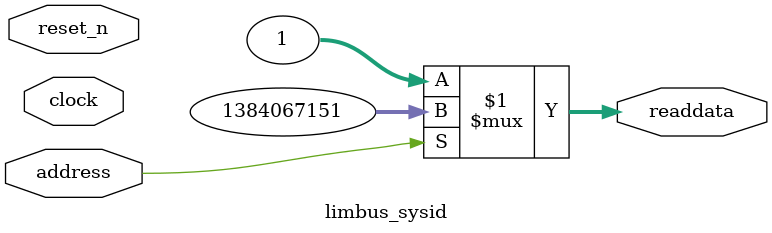
<source format=v>

`timescale 1ns / 1ps
// synthesis translate_on

// turn off superfluous verilog processor warnings 
// altera message_level Level1 
// altera message_off 10034 10035 10036 10037 10230 10240 10030 

module limbus_sysid (
               // inputs:
                address,
                clock,
                reset_n,

               // outputs:
                readdata
             )
;

  output  [ 31: 0] readdata;
  input            address;
  input            clock;
  input            reset_n;

  wire    [ 31: 0] readdata;
  //control_slave, which is an e_avalon_slave
  assign readdata = address ? 1384067151 : 1;

endmodule




</source>
